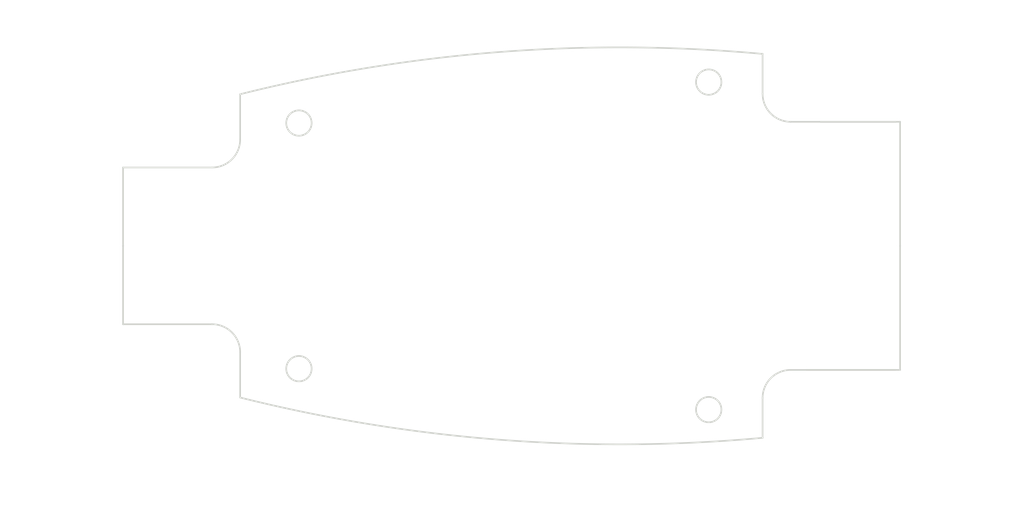
<source format=kicad_pcb>
(kicad_pcb (version 20221018) (generator pcbnew)

  (general
    (thickness 1.6)
  )

  (paper "A4")
  (layers
    (0 "F.Cu" signal)
    (31 "B.Cu" signal)
    (32 "B.Adhes" user "B.Adhesive")
    (33 "F.Adhes" user "F.Adhesive")
    (34 "B.Paste" user)
    (35 "F.Paste" user)
    (36 "B.SilkS" user "B.Silkscreen")
    (37 "F.SilkS" user "F.Silkscreen")
    (38 "B.Mask" user)
    (39 "F.Mask" user)
    (40 "Dwgs.User" user "User.Drawings")
    (41 "Cmts.User" user "User.Comments")
    (42 "Eco1.User" user "User.Eco1")
    (43 "Eco2.User" user "User.Eco2")
    (44 "Edge.Cuts" user)
    (45 "Margin" user)
    (46 "B.CrtYd" user "B.Courtyard")
    (47 "F.CrtYd" user "F.Courtyard")
    (48 "B.Fab" user)
    (49 "F.Fab" user)
  )

  (setup
    (pad_to_mask_clearance 0.051)
    (solder_mask_min_width 0.25)
    (pcbplotparams
      (layerselection 0x00010fc_ffffffff)
      (plot_on_all_layers_selection 0x0000000_00000000)
      (disableapertmacros false)
      (usegerberextensions false)
      (usegerberattributes false)
      (usegerberadvancedattributes false)
      (creategerberjobfile false)
      (dashed_line_dash_ratio 12.000000)
      (dashed_line_gap_ratio 3.000000)
      (svgprecision 4)
      (plotframeref false)
      (viasonmask false)
      (mode 1)
      (useauxorigin false)
      (hpglpennumber 1)
      (hpglpenspeed 20)
      (hpglpendiameter 15.000000)
      (dxfpolygonmode true)
      (dxfimperialunits true)
      (dxfusepcbnewfont true)
      (psnegative false)
      (psa4output false)
      (plotreference true)
      (plotvalue true)
      (plotinvisibletext false)
      (sketchpadsonfab false)
      (subtractmaskfromsilk false)
      (outputformat 1)
      (mirror false)
      (drillshape 1)
      (scaleselection 1)
      (outputdirectory "")
    )
  )

  (net 0 "")

  (gr_line (start 212.903593 112.336704) (end 212.903593 100.908259)
    (stroke (width 0.2) (type solid)) (layer "Dwgs.User") (tstamp 07c46f3b-ba89-45fe-8908-81a94134c8f4))
  (gr_line (start 188.854667 121.630176) (end 196.85893 121.630176)
    (stroke (width 0.2) (type solid)) (layer "Dwgs.User") (tstamp 163d0160-4d66-4fbd-bf7b-46e9efb1b221))
  (gr_line (start 217.89849 120.630176) (end 217.89849 100.136949)
    (stroke (width 0.2) (type solid)) (layer "Dwgs.User") (tstamp 1a48d052-ae92-4641-bf1f-5f7a2e12eb9f))
  (gr_line (start 125.612964 127.832079) (end 150.077772 127.832079)
    (stroke (width 0.2) (type solid)) (layer "Dwgs.User") (tstamp 1a56813e-72fd-4129-aa4e-a20c172e74bc))
  (gr_line (start 197.012644 82.034414) (end 197.012644 79.769957)
    (stroke (width 0.2) (type solid)) (layer "Dwgs.User") (tstamp 1b05d574-21de-450e-9dee-a3e90216be9b))
  (gr_line (start 204.132334 127.855774) (end 198.858082 127.855774)
    (stroke (width 0.2) (type solid)) (layer "Dwgs.User") (tstamp 1b3717d3-75ea-4b07-8d53-4f7782adc05a))
  (gr_line (start 120.554676 84.684909) (end 123.0851 86.697384)
    (stroke (width 0.2) (type solid)) (layer "Dwgs.User") (tstamp 1b692f57-3391-4960-8e26-54c901990418))
  (gr_line (start 205.132334 113.836704) (end 205.132334 131.924204)
    (stroke (width 0.2) (type solid)) (layer "Dwgs.User") (tstamp 20037ae1-769c-44ef-a292-973ef0ae3610))
  (gr_line (start 130.783742 92.131629) (end 123.362985 92.131629)
    (stroke (width 0.2) (type solid)) (layer "Dwgs.User") (tstamp 2412beb8-ea73-456e-9cc0-af985dc2d872))
  (gr_line (start 131.783742 81.385494) (end 131.783742 84.985494)
    (stroke (width 0.2) (type solid)) (layer "Dwgs.User") (tstamp 24af5ae9-edd5-4a0e-a264-0d6242dcbe6b))
  (gr_line (start 205.132409 82.534414) (end 205.132409 68.28555)
    (stroke (width 0.2) (type solid)) (layer "Dwgs.User") (tstamp 326d3d0e-96dd-4573-8d92-cd1cbf7c5ce7))
  (gr_line (start 105.322324 106.756258) (end 105.322324 101.50553)
    (stroke (width 0.2) (type solid)) (layer "Dwgs.User") (tstamp 338fbca4-8706-4fcb-979d-8070ab070757))
  (gr_line (start 217.89849 75.740857) (end 217.89849 96.234084)
    (stroke (width 0.2) (type solid)) (layer "Dwgs.User") (tstamp 3cd9891e-546f-4862-ae97-4f1320e1bb1a))
  (gr_line (start 188.354667 122.130176) (end 188.354667 129.443274)
    (stroke (width 0.2) (type solid)) (layer "Dwgs.User") (tstamp 3ee786a1-ece9-4483-9955-592bf8bb9f12))
  (gr_line (start 141.866196 112.185494) (end 141.866196 106.420471)
    (stroke (width 0.2) (type solid)) (layer "Dwgs.User") (tstamp 45292978-f4d0-4814-b1a5-19315af9c667))
  (gr_line (start 205.632409 83.034381) (end 214.491093 83.034381)
    (stroke (width 0.2) (type solid)) (layer "Dwgs.User") (tstamp 489d43f7-fc32-41b8-9128-85001cd3d70c))
  (gr_line (start 133.583742 83.185494) (end 129.983742 83.185494)
    (stroke (width 0.2) (type solid)) (layer "Dwgs.User") (tstamp 4aa39d2d-eb0f-4a31-ba04-49e8b330e5f6))
  (gr_line (start 131.783742 83.685494) (end 131.783742 93.719129)
    (stroke (width 0.2) (type solid)) (layer "Dwgs.User") (tstamp 4d29c701-f9c2-43ac-afea-e6bd4301eef9))
  (gr_line (start 171.941743 69.87305) (end 185.725753 69.87305)
    (stroke (width 0.2) (type solid)) (layer "Dwgs.User") (tstamp 56d23fdf-3156-4088-babc-54e6518da069))
  (gr_line (start 181.783567 118.685743) (end 181.783567 126.749001)
    (stroke (width 0.2) (type solid)) (layer "Dwgs.User") (tstamp 5834fcd2-4a2c-45d8-87eb-91c22b76567e))
  (gr_line (start 171.441743 73.943351) (end 198.600144 73.943351)
    (stroke (width 0.2) (type solid)) (layer "Dwgs.User") (tstamp 58eccb5a-89fa-4469-8442-9b5d6b41958f))
  (gr_line (start 205.132334 113.836704) (end 205.132334 129.443274)
    (stroke (width 0.2) (type solid)) (layer "Dwgs.User") (tstamp 5d37313c-d697-45f8-b12c-edfc7aa86da6))
  (gr_line (start 170.941743 73.443351) (end 170.941743 68.28555)
    (stroke (width 0.2) (type solid)) (layer "Dwgs.User") (tstamp 5e745333-359c-419b-8431-59d1f60c5ccd))
  (gr_line (start 124.612964 117.208054) (end 124.612964 129.419579)
    (stroke (width 0.2) (type solid)) (layer "Dwgs.User") (tstamp 68a06128-5c8d-41a9-88a5-1882c8317ede))
  (gr_line (start 205.632334 113.336704) (end 214.491093 113.336704)
    (stroke (width 0.2) (type solid)) (layer "Dwgs.User") (tstamp 68c5c7e4-c64d-48d5-a42d-15b1de58aa3f))
  (gr_line (start 195.27143 114.336704) (end 195.27143 115.532008)
    (stroke (width 0.2) (type solid)) (layer "Dwgs.User") (tstamp 7078c39c-eb9c-4d00-ae53-b4537f97953f))
  (gr_line (start 183.583567 118.185743) (end 179.983567 118.185743)
    (stroke (width 0.2) (type solid)) (layer "Dwgs.User") (tstamp 72c477c2-da37-4847-856c-0db18db5b55e))
  (gr_line (start 181.283567 118.185743) (end 176.045026 118.185743)
    (stroke (width 0.2) (type solid)) (layer "Dwgs.User") (tstamp 8094e444-c260-45e4-9f2e-93989f4f85b6))
  (gr_line (start 124.113057 79.662662) (end 96.089973 79.662662)
    (stroke (width 0.2) (type solid)) (layer "Dwgs.User") (tstamp 88849dc4-dcea-43d9-b762-06f4bdb490a7))
  (gr_line (start 189.354667 127.855774) (end 194.235435 127.855774)
    (stroke (width 0.2) (type solid)) (layer "Dwgs.User") (tstamp 8befe617-b992-4122-8b42-39fd2a54cec2))
  (gr_line (start 138.434561 70.650778) (end 142.013548 70.650778)
    (stroke (width 0.2) (type solid)) (layer "Dwgs.User") (tstamp 96582a4a-9ca8-4dce-830d-3646499b7ee9))
  (gr_line (start 204.132334 130.336704) (end 160.948727 130.336704)
    (stroke (width 0.2) (type solid)) (layer "Dwgs.User") (tstamp 96743b98-69d1-4c9f-8767-4b768cda633a))
  (gr_line (start 180.783567 125.161501) (end 161.648202 125.161501)
    (stroke (width 0.2) (type solid)) (layer "Dwgs.User") (tstamp 978df41b-2930-4727-ba49-f5634c78b7e8))
  (gr_line (start 188.854784 74.740857) (end 219.48599 74.740857)
    (stroke (width 0.2) (type solid)) (layer "Dwgs.User") (tstamp 99909caa-f9ce-4f77-8ca5-007a0d3630d6))
  (gr_line (start 188.854667 121.630176) (end 219.48599 121.630176)
    (stroke (width 0.2) (type solid)) (layer "Dwgs.User") (tstamp 99954ec2-c5e8-4f95-b4ea-152c9146f2d3))
  (gr_line (start 141.866196 84.185494) (end 141.866196 102.516924)
    (stroke (width 0.2) (type solid)) (layer "Dwgs.User") (tstamp 9b6c2957-2956-4f3d-a881-8eb760456013))
  (gr_line (start 195.27143 120.630176) (end 195.27143 119.434873)
    (stroke (width 0.2) (type solid)) (layer "Dwgs.User") (tstamp 9c34ea70-fc27-49b8-bce8-55fd1f3345d6))
  (gr_line (start 206.591718 98.185562) (end 108.522746 98.185318)
    (stroke (width 0.2) (type solid)) (layer "Dwgs.User") (tstamp 9e1b7dc1-4acf-4ba5-88ac-9ef9c8cdb061))
  (gr_line (start 181.783567 116.385743) (end 181.783567 119.985743)
    (stroke (width 0.2) (type solid)) (layer "Dwgs.User") (tstamp 9ff268bc-6e01-4488-88df-9c0def9ea919))
  (gr_line (start 182.783567 109.695895) (end 191.143899 109.695895)
    (stroke (width 0.2) (type solid)) (layer "Dwgs.User") (tstamp a1d079d9-5c4e-42db-880a-ff5d432a0980))
  (gr_line (start 132.283742 83.185494) (end 143.453696 83.185494)
    (stroke (width 0.2) (type solid)) (layer "Dwgs.User") (tstamp a50ddf1e-f4a7-41ce-8dd8-0220c9b203de))
  (gr_line (start 131.783592 111.385494) (end 131.783592 114.985494)
    (stroke (width 0.2) (type solid)) (layer "Dwgs.User") (tstamp a825ed74-df67-4269-9d16-710466b9aa14))
  (gr_line (start 133.583592 113.185494) (end 129.983592 113.185494)
    (stroke (width 0.2) (type solid)) (layer "Dwgs.User") (tstamp aa3cca92-8316-4ed8-b9f8-0edb04acce29))
  (gr_line (start 187.354667 127.832079) (end 154.69428 127.832079)
    (stroke (width 0.2) (type solid)) (layer "Dwgs.User") (tstamp abff642e-04a2-4632-804c-9b303248db7f))
  (gr_line (start 111.322324 130.336704) (end 156.521169 130.336704)
    (stroke (width 0.2) (type solid)) (layer "Dwgs.User") (tstamp bcf7e8a0-950e-4a2c-ba40-e84e111aac79))
  (gr_line (start 124.112964 116.708054) (end 96.089973 116.708054)
    (stroke (width 0.2) (type solid)) (layer "Dwgs.User") (tstamp c7dbd697-48ab-482f-85bf-8a341e8ba107))
  (gr_line (start 109.822324 107.756258) (end 103.734824 107.756258)
    (stroke (width 0.2) (type solid)) (layer "Dwgs.User") (tstamp c8a8cb85-b96e-402e-8ee5-c1cc0aeff2d5))
  (gr_line (start 97.677473 80.662662) (end 97.677473 96.233585)
    (stroke (width 0.2) (type solid)) (layer "Dwgs.User") (tstamp c8ce66ec-fb68-4b39-9847-d4f6c24cc6ca))
  (gr_line (start 204.632409 83.034414) (end 195.425144 83.034414)
    (stroke (width 0.2) (type solid)) (layer "Dwgs.User") (tstamp c9dfc213-64dc-4d46-90d1-a67d8e7c72cb))
  (gr_line (start 119.554676 84.684909) (end 120.554676 84.684909)
    (stroke (width 0.2) (type solid)) (layer "Dwgs.User") (tstamp ca737231-d31e-46fb-baac-a4513ddd96b3))
  (gr_line (start 142.013548 70.650778) (end 142.66903 75.041915)
    (stroke (width 0.2) (type solid)) (layer "Dwgs.User") (tstamp cde40c75-f06d-4cff-8ff7-f3f71da78ec6))
  (gr_line (start 132.283592 113.185494) (end 143.453696 113.185494)
    (stroke (width 0.2) (type solid)) (layer "Dwgs.User") (tstamp d553cba2-97e3-4628-b01e-a59c1b19171b))
  (gr_line (start 204.132409 69.87305) (end 190.348399 69.87305)
    (stroke (width 0.2) (type solid)) (layer "Dwgs.User") (tstamp de7713ec-844e-4c16-a166-f56ea0aa0cd3))
  (gr_line (start 188.354667 122.130176) (end 188.354667 129.419579)
    (stroke (width 0.2) (type solid)) (layer "Dwgs.User") (tstamp df0ba6c8-fca4-4947-bc62-6e9216c9b268))
  (gr_line (start 97.677473 115.708054) (end 97.677473 100.137132)
    (stroke (width 0.2) (type solid)) (layer "Dwgs.User") (tstamp e15611c3-a530-4980-a1fa-94ae05b8eefc))
  (gr_line (start 177.632526 117.185743) (end 177.632526 109.766013)
    (stroke (width 0.2) (type solid)) (layer "Dwgs.User") (tstamp e3fb58c2-5c6c-401e-a8de-aad96b5fe1fb))
  (gr_line (start 111.322372 92.131629) (end 118.743067 92.131629)
    (stroke (width 0.2) (type solid)) (layer "Dwgs.User") (tstamp e95e9d59-9e75-4e58-b1a7-db012a3c61f5))
  (gr_line (start 105.322324 89.614387) (end 105.322324 97.606757)
    (stroke (width 0.2) (type solid)) (layer "Dwgs.User") (tstamp ec2e29bf-792a-412e-a37c-a0e0b714bfea))
  (gr_line (start 110.322324 108.256258) (end 110.322324 131.924204)
    (stroke (width 0.2) (type solid)) (layer "Dwgs.User") (tstamp ecf49df6-96a8-4074-84d3-1794c3e42916))
  (gr_line (start 212.903593 84.034381) (end 212.903593 97.004712)
    (stroke (width 0.2) (type solid)) (layer "Dwgs.User") (tstamp edbb8978-85b2-4bb7-aecd-24c374bb76ab))
  (gr_line (start 197.012644 74.943351) (end 197.012644 75.867092)
    (stroke (width 0.2) (type solid)) (layer "Dwgs.User") (tstamp eec3402b-0df2-4f15-8219-30ad90f62968))
  (gr_line (start 181.283767 78.185743) (end 176.045026 78.185743)
    (stroke (width 0.2) (type solid)) (layer "Dwgs.User") (tstamp ef041637-cff4-4fcc-9895-c37b31b376f9))
  (gr_line (start 131.783592 113.685494) (end 131.783592 126.749001)
    (stroke (width 0.2) (type solid)) (layer "Dwgs.User") (tstamp f3f1da7a-5a89-4d9d-af05-833c85854a6d))
  (gr_line (start 177.632526 79.185743) (end 177.632526 105.863148)
    (stroke (width 0.2) (type solid)) (layer "Dwgs.User") (tstamp f641ba81-3c0e-4164-ad08-24aa25e34406))
  (gr_line (start 181.783567 117.685743) (end 181.783567 108.108395)
    (stroke (width 0.2) (type solid)) (layer "Dwgs.User") (tstamp f69be991-75c1-480a-8f22-3f4aea121883))
  (gr_line (start 181.783767 76.385743) (end 181.783767 79.985743)
    (stroke (width 0.2) (type solid)) (layer "Dwgs.User") (tstamp f79a6e68-f330-4ebd-aede-659739df4bc9))
  (gr_line (start 183.583767 78.185743) (end 179.983767 78.185743)
    (stroke (width 0.2) (type solid)) (layer "Dwgs.User") (tstamp f93b3f0d-b74a-4d2a-aeb7-f6b2c5e054de))
  (gr_line (start 204.132334 109.695895) (end 195.772002 109.695895)
    (stroke (width 0.2) (type solid)) (layer "Dwgs.User") (tstamp fa4a1f56-1c79-454f-985c-919a56ab953b))
  (gr_line (start 132.783592 125.161501) (end 157.031013 125.161501)
    (stroke (width 0.2) (type solid)) (layer "Dwgs.User") (tstamp fb4bbc05-bbe7-43d7-ad9f-bc6c8e707459))
  (gr_line (start 109.822372 88.614387) (end 103.734824 88.614387)
    (stroke (width 0.2) (type solid)) (layer "Dwgs.User") (tstamp fc9fac2b-2eaf-496b-9eb5-cf3e11c3dbb2))
  (gr_line (start 188.354667 116.765704) (end 188.354667 121.630176)
    (stroke (width 0.2) (type solid)) (layer "Edge.Cuts") (tstamp 020a9c56-b6fd-4711-b869-dcee415b3562))
  (gr_line (start 191.783742 83.034347) (end 205.132409 83.034414)
    (stroke (width 0.2) (type solid)) (layer "Edge.Cuts") (tstamp 136a31dd-c908-4ff3-a6cd-d7d7cc55697a))
  (gr_arc (start 191.783743 83.034347) (mid 189.359079 82.030004) (end 188.35476 79.60533)
    (stroke (width 0.2) (type solid)) (layer "Edge.Cuts") (tstamp 268469b5-d1e7-47b5-a61a-1bee571c25e6))
  (gr_arc (start 188.354667 116.765704) (mid 189.358998 114.341035) (end 191.783667 113.336704)
    (stroke (width 0.2) (type solid)) (layer "Edge.Cuts") (tstamp 41c5e74d-ae1b-49ae-aaa1-6465f1480156))
  (gr_circle (center 131.783742 83.185494) (end 133.333742 83.185494)
    (stroke (width 0.2) (type solid)) (fill none) (layer "Edge.Cuts") (tstamp 427945ae-f0b9-4608-ba23-7cb51732a91b))
  (gr_line (start 205.132334 98.185559) (end 205.132334 113.336704)
    (stroke (width 0.2) (type solid)) (layer "Edge.Cuts") (tstamp 56cc060c-73c1-4cd6-815c-86da06bdfed9))
  (gr_line (start 204.632409 83.034414) (end 195.425144 83.034414)
    (stroke (width 0.2) (type solid)) (layer "Edge.Cuts") (tstamp 628f7bcd-e8ef-42b1-951c-5e621ced1821))
  (gr_line (start 110.322372 88.614387) (end 121.184012 88.614441)
    (stroke (width 0.2) (type solid)) (layer "Edge.Cuts") (tstamp 6e7ba372-7a64-479a-9aea-0e3d7407c1d6))
  (gr_line (start 205.132409 83.034414) (end 205.132334 98.185559)
    (stroke (width 0.2) (type solid)) (layer "Edge.Cuts") (tstamp 6f9e1bc0-15ff-43d3-9f27-61e87ae30dd6))
  (gr_arc (start 124.613029 85.185458) (mid 123.608686 87.610122) (end 121.184012 88.614441)
    (stroke (width 0.2) (type solid)) (layer "Edge.Cuts") (tstamp 6fa79bef-cb4a-4fdc-8393-1a5cf5a8d114))
  (gr_arc (start 121.183964 107.756258) (mid 123.608633 108.760589) (end 124.612964 111.185258)
    (stroke (width 0.2) (type solid)) (layer "Edge.Cuts") (tstamp 71838e4b-170a-4bb2-8393-b2af7dae4d42))
  (gr_line (start 204.632334 113.336704) (end 193.68393 113.336704)
    (stroke (width 0.2) (type solid)) (layer "Edge.Cuts") (tstamp 77fd720a-7509-44fd-b673-dcaa9e3bb8fc))
  (gr_line (start 121.183964 107.756258) (end 110.322324 107.756258)
    (stroke (width 0.2) (type solid)) (layer "Edge.Cuts") (tstamp 811e3560-4c9c-4824-9b5e-45db7fdb2f46))
  (gr_line (start 188.354784 74.740857) (end 188.35476 79.60533)
    (stroke (width 0.2) (type solid)) (layer "Edge.Cuts") (tstamp 95cbcccc-8aa2-4d3f-b008-bbee759a178d))
  (gr_circle (center 181.783567 118.185743) (end 183.333567 118.185743)
    (stroke (width 0.2) (type solid)) (fill none) (layer "Edge.Cuts") (tstamp a29b2710-5651-474e-9590-d7bf0d1f443c))
  (gr_arc (start 188.354667 121.630177) (mid 156.275859 121.862158) (end 124.612964 116.708054)
    (stroke (width 0.2) (type solid)) (layer "Edge.Cuts") (tstamp af091043-1a92-4570-87c4-626f081ea7a8))
  (gr_line (start 124.613029 85.185458) (end 124.613057 79.662662)
    (stroke (width 0.2) (type solid)) (layer "Edge.Cuts") (tstamp bb781ad1-6b61-41d4-ab1a-bec1eaaae3f9))
  (gr_line (start 110.322324 107.756258) (end 110.322324 98.185323)
    (stroke (width 0.2) (type solid)) (layer "Edge.Cuts") (tstamp c9eb9eec-caeb-428b-b360-c53887dee6e3))
  (gr_line (start 110.322324 98.185323) (end 110.322372 88.614387)
    (stroke (width 0.2) (type solid)) (layer "Edge.Cuts") (tstamp cb7b1f29-92b0-4242-835c-76e531d52849))
  (gr_circle (center 181.783767 78.185743) (end 183.333767 78.185743)
    (stroke (width 0.2) (type solid)) (fill none) (layer "Edge.Cuts") (tstamp d74395c4-8b80-4e32-bc7c-52b9465cc70d))
  (gr_line (start 205.132334 113.336704) (end 191.783667 113.336704)
    (stroke (width 0.2) (type solid)) (layer "Edge.Cuts") (tstamp d88dcdd3-8a1a-4db4-89a1-06833395a647))
  (gr_circle (center 131.783592 113.185494) (end 133.333592 113.185494)
    (stroke (width 0.2) (type solid)) (fill none) (layer "Edge.Cuts") (tstamp de595916-a325-4cb0-a18f-3381d620bdb7))
  (gr_line (start 124.612964 116.708054) (end 124.612964 111.185258)
    (stroke (width 0.2) (type solid)) (layer "Edge.Cuts") (tstamp f763fc8d-d344-4823-883a-8f98239e16ae))
  (gr_arc (start 124.613057 79.662662) (mid 156.275978 74.508716) (end 188.354784 74.740857)
    (stroke (width 0.2) (type solid)) (layer "Edge.Cuts") (tstamp fa0cf560-b3b5-40fe-9cc5-c079ce8f9c65))
  (gr_text "[1.85]" (at 217.89849 99.226376) (layer "Dwgs.User") (tstamp 0c57c07f-c29f-480e-a65c-2d3a67fe8fc3)
    (effects (font (size 1 0.9) (thickness 0.125)))
  )
  (gr_text "[R7.50]" (at 135.23306 71.691638) (layer "Dwgs.User") (tstamp 0dfe2d65-d273-427e-a8ce-b7f631121ab0)
    (effects (font (size 1 0.9) (thickness 0.125)))
  )
  (gr_text " 63.74" (at 152.386026 126.921165) (layer "Dwgs.User") (tstamp 10f6ac7b-8410-405c-93ae-0e941d5c3174)
    (effects (font (size 1 0.9) (thickness 0.125)))
  )
  (gr_text "[.75]" (at 105.322324 100.594957) (layer "Dwgs.User") (tstamp 12d61d40-7657-4697-a096-f88c8f625eb3)
    (effects (font (size 1 0.9) (thickness 0.125)))
  )
  (gr_text "[.84]" (at 121.053026 93.172489) (layer "Dwgs.User") (tstamp 19c5f4a8-90e0-48fc-88b7-799313d9e7f1)
    (effects (font (size 1 0.9) (thickness 0.125)))
  )
  (gr_text "[1.97]" (at 159.339607 126.202361) (layer "Dwgs.User") (tstamp 1a114a5b-5837-49a7-8024-81ef7a568f6c)
    (effects (font (size 1 0.9) (thickness 0.125)))
  )
  (gr_text "[2.51]" (at 152.386026 128.872939) (layer "Dwgs.User") (tstamp 1c2559f0-83c4-49bc-be2f-a1cfa1a67b8c)
    (effects (font (size 1 0.9) (thickness 0.125)))
  )
  (gr_text "[1.18]" (at 141.866196 105.509557) (layer "Dwgs.User") (tstamp 21493209-25fb-4ce5-b29f-bc304898e995)
    (effects (font (size 1 0.9) (thickness 0.125)))
  )
  (gr_text "[.66]" (at 196.546759 128.896634) (layer "Dwgs.User") (tstamp 2848e9f4-1ca6-4c79-8d35-2d267adf739b)
    (effects (font (size 1 0.9) (thickness 0.125)))
  )
  (gr_text "[1.35]" (at 188.037076 70.913909) (layer "Dwgs.User") (tstamp 36dc34eb-db7d-45a6-b967-12ed10ed8bd5)
    (effects (font (size 1 0.9) (thickness 0.125)))
  )
  (gr_text "[.92]" (at 193.457951 110.736755) (layer "Dwgs.User") (tstamp 37908db7-e475-401d-ad9e-aeed7ea26896)
    (effects (font (size 1 0.9) (thickness 0.125)))
  )
  (gr_text " 94.81" (at 158.734948 129.426131) (layer "Dwgs.User") (tstamp 46ad208d-22d7-4909-a5cf-0bf30fe37354)
    (effects (font (size 1 0.9) (thickness 0.125)))
  )
  (gr_text " 19.14" (at 105.322324 98.645571) (layer "Dwgs.User") (tstamp 49d5428d-39fb-4825-8f50-63cb65e0b700)
    (effects (font (size 1 0.9) (thickness 0.125)))
  )
  (gr_text "[1.46]" (at 97.677473 99.226218) (layer "Dwgs.User") (tstamp 5927ded1-f608-4082-83dc-918878bc2387)
    (effects (font (size 1 0.9) (thickness 0.125)))
  )
  (gr_text "[1.57]" (at 177.632526 108.85544) (layer "Dwgs.User") (tstamp 5dd7c487-fbba-4c64-9b23-91186e051a6e)
    (effects (font (size 1 0.9) (thickness 0.125)))
  )
  (gr_text " 30.00" (at 141.866196 103.557784) (layer "Dwgs.User") (tstamp 6c9db7f7-e5e9-4eae-9b60-f82566906b5a)
    (effects (font (size 1 0.9) (thickness 0.125)))
  )
  (gr_text "[1.19]" (at 212.903593 99.997345) (layer "Dwgs.User") (tstamp 6f583800-3842-45a1-938f-fc28fa1a0f3c)
    (effects (font (size 1 0.9) (thickness 0.125)))
  )
  (gr_text " 46.89" (at 217.89849 97.274944) (layer "Dwgs.User") (tstamp 721f2872-005c-4e50-9de8-b3cbf8c4a8c7)
    (effects (font (size 1 0.9) (thickness 0.125)))
  )
  (gr_text " 9.09" (at 197.012644 76.907952) (layer "Dwgs.User") (tstamp 7c168751-0b0b-4d1e-bbbe-6ef096609514)
    (effects (font (size 1 0.9) (thickness 0.125)))
  )
  (gr_text " 8.29" (at 195.27143 116.572867) (layer "Dwgs.User") (tstamp 804a10ab-283d-498e-a1c5-46bde8fdf9fd)
    (effects (font (size 1 0.9) (thickness 0.125)))
  )
  (gr_text "[.33]" (at 195.27143 118.5243) (layer "Dwgs.User") (tstamp 8b347f56-1b7d-4b89-b7a7-1fcffaaaf366)
    (effects (font (size 1 0.9) (thickness 0.125)))
  )
  (gr_text "[R0.14]" (at 115.57589 85.725768) (layer "Dwgs.User") (tstamp 98d040f6-640c-43e2-9d24-a470d11ff584)
    (effects (font (size 1 0.9) (thickness 0.125)))
  )
  (gr_text " 30.30" (at 212.903593 98.045571) (layer "Dwgs.User") (tstamp 9fc49e7a-03ed-4bef-909c-4a6cef4c342f)
    (effects (font (size 1 0.9) (thickness 0.125)))
  )
  (gr_text "[3.73]" (at 158.734948 131.377563) (layer "Dwgs.User") (tstamp a1ab55e6-c766-4cc3-8014-8e33331626fb)
    (effects (font (size 1 0.9) (thickness 0.125)))
  )
  (gr_text " 40.00" (at 177.632526 106.904007) (layer "Dwgs.User") (tstamp ae2c2b20-3fa9-43b3-bdcb-2e5038c76fa2)
    (effects (font (size 1 0.9) (thickness 0.125)))
  )
  (gr_text " R190.50" (at 135.23306 69.740205) (layer "Dwgs.User") (tstamp b0a68761-2701-4788-a856-71fc8787fc73)
    (effects (font (size 1 0.9) (thickness 0.125)))
  )
  (gr_text " 23.35" (at 193.457951 108.784981) (layer "Dwgs.User") (tstamp b1e6464c-7f31-4e2f-8914-7925307fdf86)
    (effects (font (size 1 0.9) (thickness 0.125)))
  )
  (gr_text " 16.78" (at 196.546759 126.945201) (layer "Dwgs.User") (tstamp b86548f8-e166-4de0-bb8e-cff5da31a4ff)
    (effects (font (size 1 0.9) (thickness 0.125)))
  )
  (gr_text " 37.05" (at 97.677473 97.274444) (layer "Dwgs.User") (tstamp ccbc36f3-d6aa-4cd9-9ab5-d05eb9271929)
    (effects (font (size 1 0.9) (thickness 0.125)))
  )
  (gr_text " TYP R3.43" (at 115.57589 83.773995) (layer "Dwgs.User") (tstamp e1a77f7a-2669-4b5c-aa4a-277703099ca3)
    (effects (font (size 1 0.9) (thickness 0.125)))
  )
  (gr_text " 21.46" (at 121.053026 91.221056) (layer "Dwgs.User") (tstamp f0306528-f896-418f-bff0-9cc7516696f0)
    (effects (font (size 1 0.9) (thickness 0.125)))
  )
  (gr_text " 50.00" (at 159.339607 124.250928) (layer "Dwgs.User") (tstamp f1194218-56a1-41bb-be03-9fe9581f742a)
    (effects (font (size 1 0.9) (thickness 0.125)))
  )
  (gr_text " 34.19" (at 188.037076 68.962136) (layer "Dwgs.User") (tstamp f57a0911-4e75-4e48-8912-cad0081ada76)
    (effects (font (size 1 0.9) (thickness 0.125)))
  )
  (gr_text "[.36]" (at 197.012644 78.859384) (layer "Dwgs.User") (tstamp f9d1f2da-84f9-4117-8a0e-88fa672cdd4d)
    (effects (font (size 1 0.9) (thickness 0.125)))
  )

)

</source>
